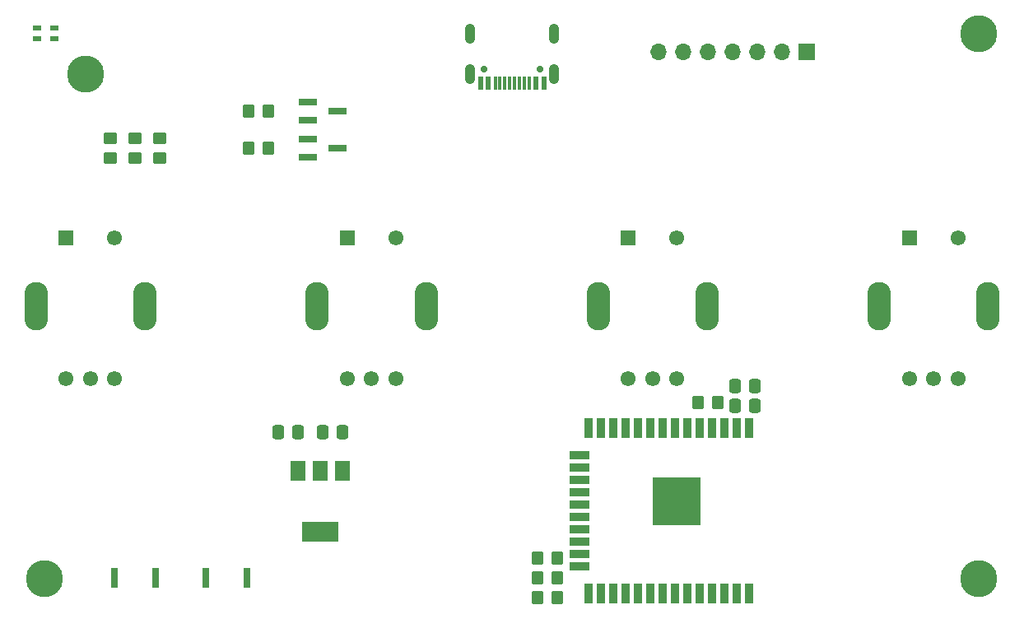
<source format=gts>
%TF.GenerationSoftware,KiCad,Pcbnew,(6.0.1)*%
%TF.CreationDate,2022-03-17T17:33:48+01:00*%
%TF.ProjectId,Console,436f6e73-6f6c-4652-9e6b-696361645f70,v01*%
%TF.SameCoordinates,Original*%
%TF.FileFunction,Soldermask,Top*%
%TF.FilePolarity,Negative*%
%FSLAX46Y46*%
G04 Gerber Fmt 4.6, Leading zero omitted, Abs format (unit mm)*
G04 Created by KiCad (PCBNEW (6.0.1)) date 2022-03-17 17:33:48*
%MOMM*%
%LPD*%
G01*
G04 APERTURE LIST*
G04 Aperture macros list*
%AMRoundRect*
0 Rectangle with rounded corners*
0 $1 Rounding radius*
0 $2 $3 $4 $5 $6 $7 $8 $9 X,Y pos of 4 corners*
0 Add a 4 corners polygon primitive as box body*
4,1,4,$2,$3,$4,$5,$6,$7,$8,$9,$2,$3,0*
0 Add four circle primitives for the rounded corners*
1,1,$1+$1,$2,$3*
1,1,$1+$1,$4,$5*
1,1,$1+$1,$6,$7*
1,1,$1+$1,$8,$9*
0 Add four rect primitives between the rounded corners*
20,1,$1+$1,$2,$3,$4,$5,0*
20,1,$1+$1,$4,$5,$6,$7,0*
20,1,$1+$1,$6,$7,$8,$9,0*
20,1,$1+$1,$8,$9,$2,$3,0*%
G04 Aperture macros list end*
%ADD10R,1.500000X2.000000*%
%ADD11R,3.800000X2.000000*%
%ADD12C,3.800000*%
%ADD13RoundRect,1.200000X0.000000X-1.300000X0.000000X-1.300000X0.000000X1.300000X0.000000X1.300000X0*%
%ADD14C,1.550000*%
%ADD15R,1.550000X1.550000*%
%ADD16RoundRect,0.250000X-0.350000X-0.450000X0.350000X-0.450000X0.350000X0.450000X-0.350000X0.450000X0*%
%ADD17RoundRect,0.250000X0.350000X0.450000X-0.350000X0.450000X-0.350000X-0.450000X0.350000X-0.450000X0*%
%ADD18RoundRect,0.250000X-0.450000X0.350000X-0.450000X-0.350000X0.450000X-0.350000X0.450000X0.350000X0*%
%ADD19R,1.700000X1.700000*%
%ADD20O,1.700000X1.700000*%
%ADD21R,0.800000X2.000000*%
%ADD22C,0.700000*%
%ADD23R,0.600000X1.450000*%
%ADD24R,0.300000X1.450000*%
%ADD25O,1.050000X2.100000*%
%ADD26RoundRect,0.250000X-0.337500X-0.475000X0.337500X-0.475000X0.337500X0.475000X-0.337500X0.475000X0*%
%ADD27R,1.900000X0.800000*%
%ADD28RoundRect,0.250000X0.337500X0.475000X-0.337500X0.475000X-0.337500X-0.475000X0.337500X-0.475000X0*%
%ADD29R,0.850000X0.550000*%
%ADD30R,0.900000X2.000000*%
%ADD31R,2.000000X0.900000*%
%ADD32R,5.000000X5.000000*%
G04 APERTURE END LIST*
D10*
%TO.C,U2*%
X128792000Y-112674000D03*
X126492000Y-112674000D03*
X124192000Y-112674000D03*
D11*
X126492000Y-118974000D03*
%TD*%
D12*
%TO.C,REF\u002A\u002A*%
X194272000Y-123812000D03*
%TD*%
D13*
%TO.C,SW4*%
X126179000Y-95758000D03*
X137379000Y-95758000D03*
D14*
X129279000Y-103258000D03*
X134279000Y-103258000D03*
X131779000Y-103258000D03*
D15*
X129279000Y-88758000D03*
D14*
X134279000Y-88758000D03*
%TD*%
D16*
%TO.C,R2*%
X119142000Y-75692000D03*
X121142000Y-75692000D03*
%TD*%
D13*
%TO.C,SW1*%
X183997000Y-95758000D03*
X195197000Y-95758000D03*
D14*
X187097000Y-103258000D03*
X192097000Y-103258000D03*
X189597000Y-103258000D03*
D15*
X187097000Y-88758000D03*
D14*
X192097000Y-88758000D03*
%TD*%
D17*
%TO.C,R3*%
X121142000Y-79502000D03*
X119142000Y-79502000D03*
%TD*%
D18*
%TO.C,R10*%
X107442000Y-78502000D03*
X107442000Y-80502000D03*
%TD*%
D19*
%TO.C,J2*%
X176535000Y-69596000D03*
D20*
X173995000Y-69596000D03*
X171455000Y-69596000D03*
X168915000Y-69596000D03*
X166375000Y-69596000D03*
X163835000Y-69596000D03*
X161295000Y-69596000D03*
%TD*%
D21*
%TO.C,SW5*%
X105342000Y-123698000D03*
X109542000Y-123698000D03*
%TD*%
%TO.C,SW6*%
X114740000Y-123698000D03*
X118940000Y-123698000D03*
%TD*%
D18*
%TO.C,R11*%
X104902000Y-78502000D03*
X104902000Y-80502000D03*
%TD*%
D22*
%TO.C,J1*%
X143350000Y-71362000D03*
X149130000Y-71362000D03*
D23*
X149490000Y-72807000D03*
X148690000Y-72807000D03*
D24*
X147490000Y-72807000D03*
X146490000Y-72807000D03*
X145990000Y-72807000D03*
X144990000Y-72807000D03*
D23*
X142990000Y-72807000D03*
X143790000Y-72807000D03*
D24*
X144490000Y-72807000D03*
X145490000Y-72807000D03*
X146990000Y-72807000D03*
X147990000Y-72807000D03*
D25*
X150560000Y-71892000D03*
X141920000Y-71892000D03*
X150560000Y-67712000D03*
X141920000Y-67712000D03*
%TD*%
D26*
%TO.C,C1*%
X169142500Y-104013000D03*
X171217500Y-104013000D03*
%TD*%
D16*
%TO.C,R4*%
X165370000Y-105664000D03*
X167370000Y-105664000D03*
%TD*%
%TO.C,R12*%
X148860000Y-123698000D03*
X150860000Y-123698000D03*
%TD*%
D13*
%TO.C,SW3*%
X155088000Y-95758000D03*
X166288000Y-95758000D03*
D14*
X158188000Y-103258000D03*
X163188000Y-103258000D03*
X160688000Y-103258000D03*
D15*
X158188000Y-88758000D03*
D14*
X163188000Y-88758000D03*
%TD*%
D12*
%TO.C,REF\u002A\u002A*%
X102362000Y-71882000D03*
%TD*%
D26*
%TO.C,C4*%
X126746000Y-108712000D03*
X128821000Y-108712000D03*
%TD*%
D27*
%TO.C,Q2*%
X125246000Y-74742000D03*
X125246000Y-76642000D03*
X128246000Y-75692000D03*
%TD*%
D26*
%TO.C,C2*%
X169142500Y-106045000D03*
X171217500Y-106045000D03*
%TD*%
D28*
%TO.C,C3*%
X124249000Y-108712000D03*
X122174000Y-108712000D03*
%TD*%
D16*
%TO.C,R7*%
X148860000Y-125730000D03*
X150860000Y-125730000D03*
%TD*%
D12*
%TO.C,REF\u002A\u002A*%
X98172000Y-123812000D03*
%TD*%
D29*
%TO.C,D1*%
X97397000Y-67187000D03*
X99147000Y-67187000D03*
X99147000Y-68237000D03*
X97397000Y-68237000D03*
%TD*%
D30*
%TO.C,U1*%
X170645000Y-108340000D03*
X169375000Y-108340000D03*
X168105000Y-108340000D03*
X166835000Y-108340000D03*
X165565000Y-108340000D03*
X164295000Y-108340000D03*
X163025000Y-108340000D03*
X161755000Y-108340000D03*
X160485000Y-108340000D03*
X159215000Y-108340000D03*
X157945000Y-108340000D03*
X156675000Y-108340000D03*
X155405000Y-108340000D03*
X154135000Y-108340000D03*
D31*
X153135000Y-111125000D03*
X153135000Y-112395000D03*
X153135000Y-113665000D03*
X153135000Y-114935000D03*
X153135000Y-116205000D03*
X153135000Y-117475000D03*
X153135000Y-118745000D03*
X153135000Y-120015000D03*
X153135000Y-121285000D03*
X153135000Y-122555000D03*
D30*
X154135000Y-125340000D03*
X155405000Y-125340000D03*
X156675000Y-125340000D03*
X157945000Y-125340000D03*
X159215000Y-125340000D03*
X160485000Y-125340000D03*
X161755000Y-125340000D03*
X163025000Y-125340000D03*
X164295000Y-125340000D03*
X165565000Y-125340000D03*
X166835000Y-125340000D03*
X168105000Y-125340000D03*
X169375000Y-125340000D03*
X170645000Y-125340000D03*
D32*
X163145000Y-115840000D03*
%TD*%
D12*
%TO.C,REF\u002A\u002A*%
X194272000Y-67712000D03*
%TD*%
D27*
%TO.C,Q1*%
X125246000Y-78552000D03*
X125246000Y-80452000D03*
X128246000Y-79502000D03*
%TD*%
D16*
%TO.C,R5*%
X148860000Y-121666000D03*
X150860000Y-121666000D03*
%TD*%
D13*
%TO.C,SW2*%
X97270000Y-95758000D03*
X108470000Y-95758000D03*
D14*
X100370000Y-103258000D03*
X105370000Y-103258000D03*
X102870000Y-103258000D03*
D15*
X100370000Y-88758000D03*
D14*
X105370000Y-88758000D03*
%TD*%
D18*
%TO.C,R1*%
X109982000Y-78502000D03*
X109982000Y-80502000D03*
%TD*%
M02*

</source>
